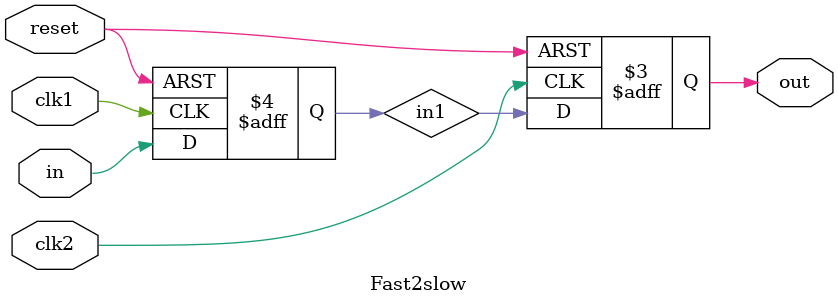
<source format=v>
`timescale 1ns / 1ps


module Fast2slow(
    input  wire clk1 ,
    input  wire clk2 ,
    input  wire in   ,
    input  wire reset,
    output reg  out
);
      reg in1;
      //100MHz 
      always@(posedge clk1 or posedge reset) begin
          if(reset) begin
              in1 <= 1'b0;
          end else begin
              in1 <= in;
          end
      end
      //50MHz
      always@(posedge clk2 or posedge reset)begin
          if(reset) begin
              out <= 1'b0;
          end else begin
              out <= in1;
          end
      end
endmodule
</source>
